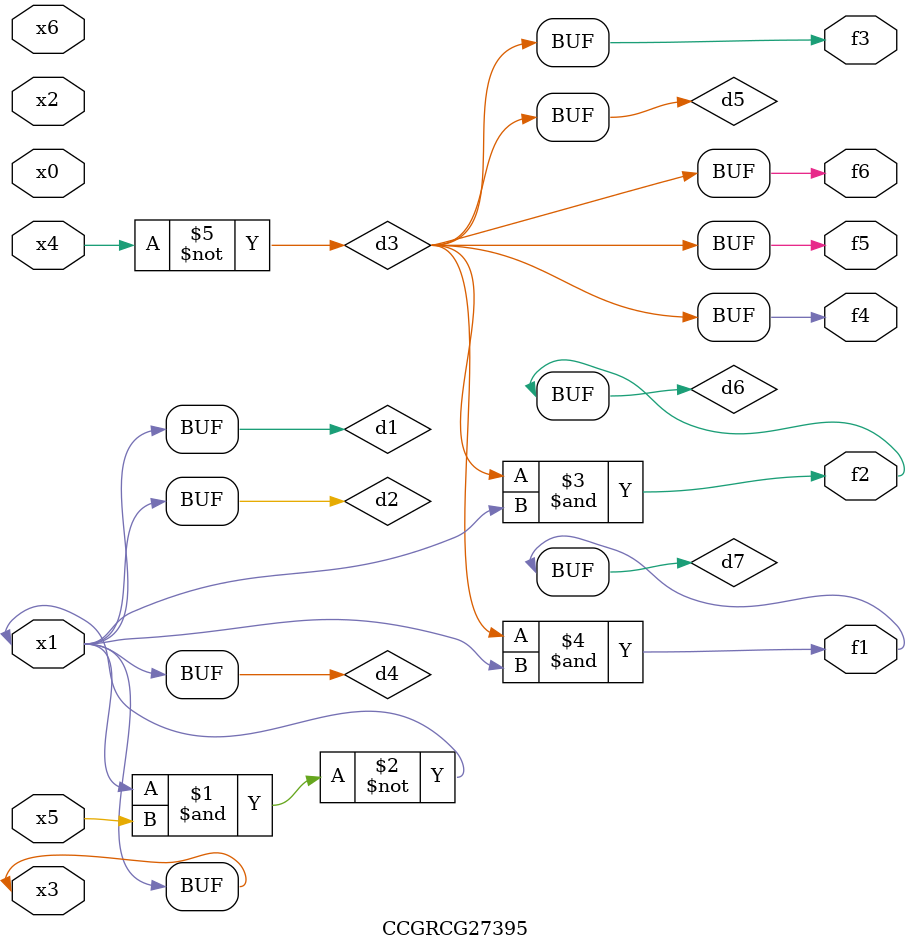
<source format=v>
module CCGRCG27395(
	input x0, x1, x2, x3, x4, x5, x6,
	output f1, f2, f3, f4, f5, f6
);

	wire d1, d2, d3, d4, d5, d6, d7;

	buf (d1, x1, x3);
	nand (d2, x1, x5);
	not (d3, x4);
	buf (d4, d1, d2);
	buf (d5, d3);
	and (d6, d3, d4);
	and (d7, d3, d4);
	assign f1 = d7;
	assign f2 = d6;
	assign f3 = d5;
	assign f4 = d5;
	assign f5 = d5;
	assign f6 = d5;
endmodule

</source>
